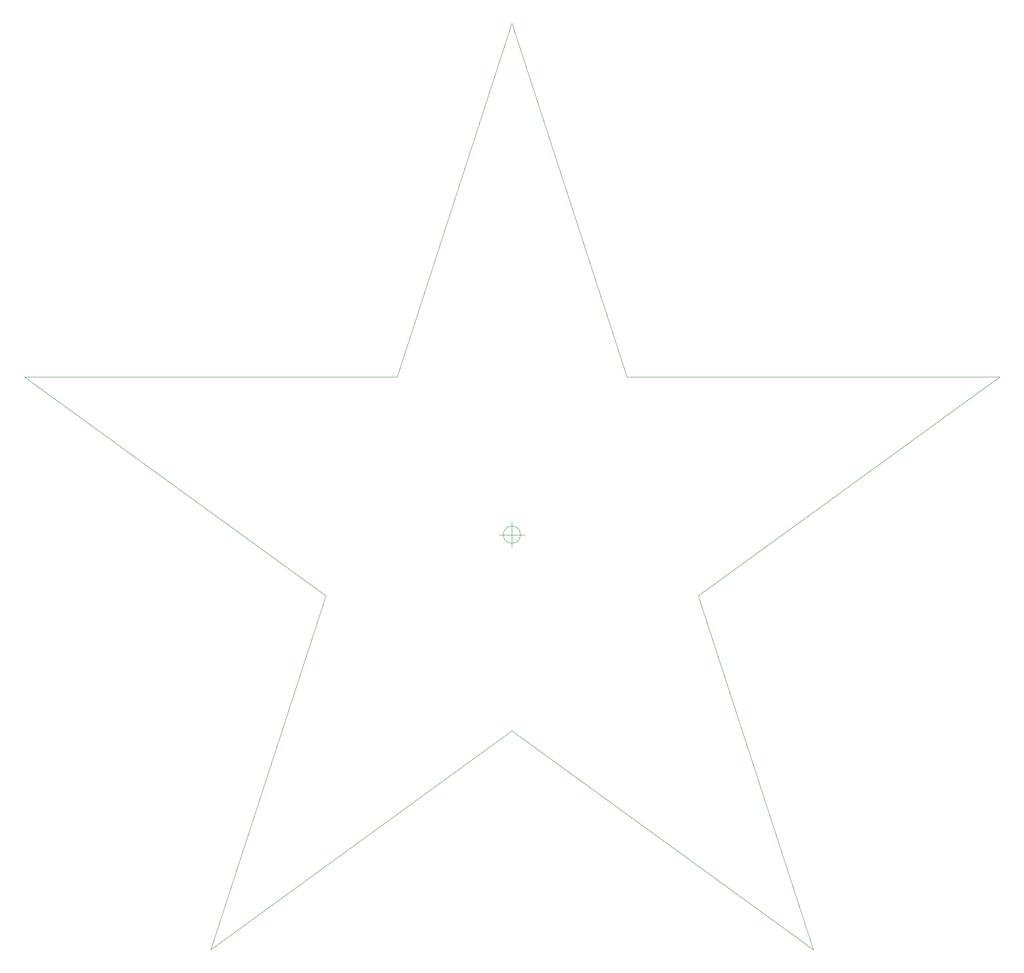
<source format=gbr>
%TF.GenerationSoftware,KiCad,Pcbnew,5.1.12-84ad8e8a86~92~ubuntu20.04.1*%
%TF.CreationDate,2021-11-29T16:52:28+01:00*%
%TF.ProjectId,RGBchristmasStar,52474263-6872-4697-9374-6d6173537461,rev?*%
%TF.SameCoordinates,Original*%
%TF.FileFunction,Profile,NP*%
%FSLAX46Y46*%
G04 Gerber Fmt 4.6, Leading zero omitted, Abs format (unit mm)*
G04 Created by KiCad (PCBNEW 5.1.12-84ad8e8a86~92~ubuntu20.04.1) date 2021-11-29 16:52:28*
%MOMM*%
%LPD*%
G01*
G04 APERTURE LIST*
%TA.AperFunction,Profile*%
%ADD10C,0.050000*%
%TD*%
G04 APERTURE END LIST*
D10*
X109646666Y-112890000D02*
G75*
G03*
X109646666Y-112890000I-1666666J0D01*
G01*
X105480000Y-112890000D02*
X110480000Y-112890000D01*
X107980000Y-110390000D02*
X107980000Y-115390000D01*
X203001035Y-82132292D02*
X130424007Y-82136002D01*
X166713869Y-193812708D02*
X144282806Y-124788999D01*
X49286131Y-193812708D02*
X108000000Y-151150000D01*
X12998965Y-82132292D02*
X71717195Y-124788998D01*
X203001035Y-82132292D02*
X144282805Y-124788998D01*
X166713869Y-193812708D02*
X108000000Y-151150000D01*
X49286131Y-193812708D02*
X71717194Y-124788999D01*
X12998965Y-82132292D02*
X85575993Y-82136002D01*
X108000000Y-13110000D02*
X85575993Y-82136002D01*
X108000000Y-13110000D02*
X130424007Y-82136002D01*
M02*

</source>
